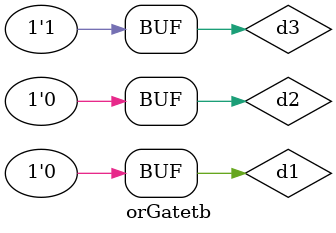
<source format=v>
`timescale 1ns / 1ps


module orGatetb();
    reg d1, d2, d3;
    wire out;
    
    orGate test (d1, d2, d3, out);
    
    initial begin
        d1 = 0;
        d2 = 0;
        d3 = 0;
        #50; //out = 0
        
        d1 = 1;
        #50; //out = 1
        
        d2 = 1;
        #50; //out = 1
        
        d1 = 0;
        #50; //out = 1
        
        d2 = 0;
        #50; //out = 0
        
        d3 = 1;
        #50; //out = 1
    end
endmodule

</source>
